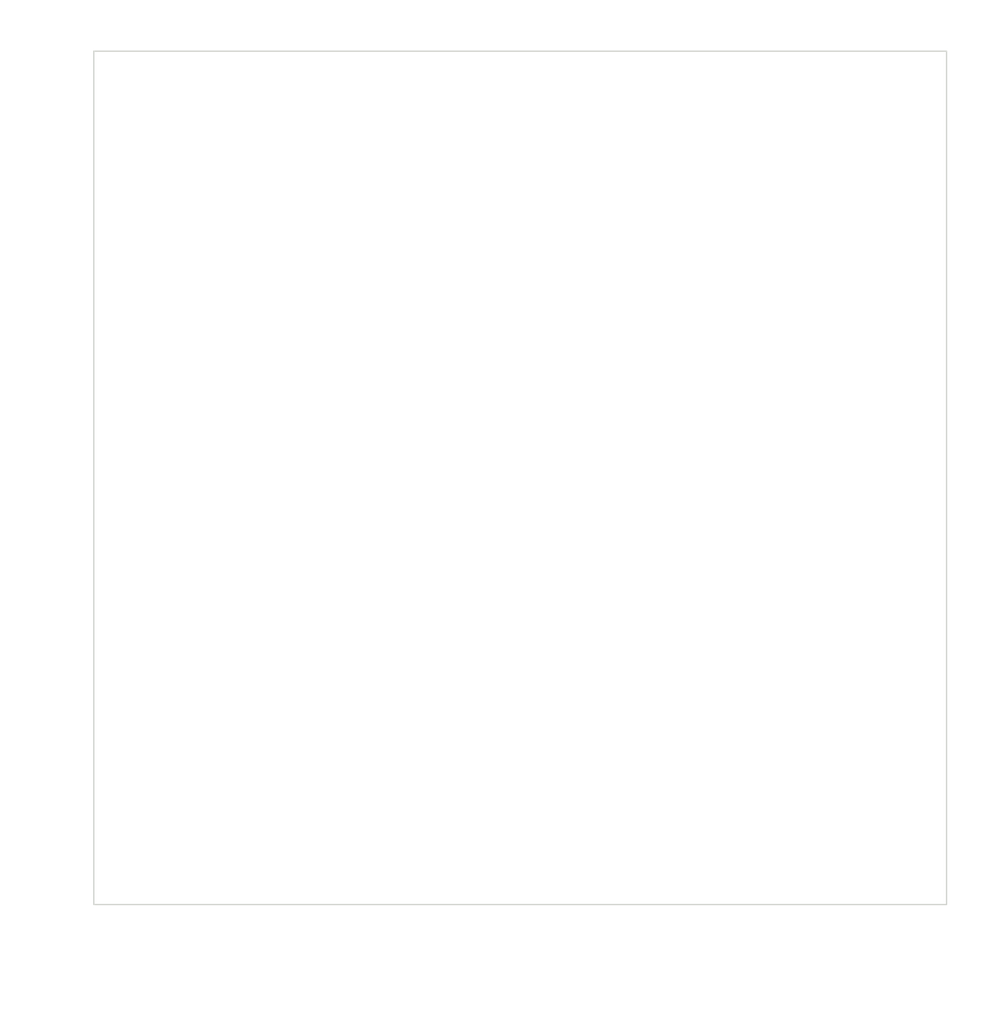
<source format=kicad_pcb>
(kicad_pcb (version 20221018) (generator pcbnew)

  (general
    (thickness 1.6)
  )

  (paper "A4")
  (layers
    (0 "F.Cu" signal)
    (31 "B.Cu" signal)
    (32 "B.Adhes" user "B.Adhesive")
    (33 "F.Adhes" user "F.Adhesive")
    (34 "B.Paste" user)
    (35 "F.Paste" user)
    (36 "B.SilkS" user "B.Silkscreen")
    (37 "F.SilkS" user "F.Silkscreen")
    (38 "B.Mask" user)
    (39 "F.Mask" user)
    (40 "Dwgs.User" user "User.Drawings")
    (41 "Cmts.User" user "User.Comments")
    (42 "Eco1.User" user "User.Eco1")
    (43 "Eco2.User" user "User.Eco2")
    (44 "Edge.Cuts" user)
    (45 "Margin" user)
    (46 "B.CrtYd" user "B.Courtyard")
    (47 "F.CrtYd" user "F.Courtyard")
    (48 "B.Fab" user)
    (49 "F.Fab" user)
    (50 "User.1" user)
    (51 "User.2" user)
    (52 "User.3" user)
    (53 "User.4" user)
    (54 "User.5" user)
    (55 "User.6" user)
    (56 "User.7" user)
    (57 "User.8" user)
    (58 "User.9" user)
  )

  (setup
    (stackup
      (layer "F.SilkS" (type "Top Silk Screen"))
      (layer "F.Paste" (type "Top Solder Paste"))
      (layer "F.Mask" (type "Top Solder Mask") (thickness 0.01))
      (layer "F.Cu" (type "copper") (thickness 0.035))
      (layer "dielectric 1" (type "core") (thickness 1.51) (material "FR4") (epsilon_r 4.5) (loss_tangent 0.02))
      (layer "B.Cu" (type "copper") (thickness 0.035))
      (layer "B.Mask" (type "Bottom Solder Mask") (thickness 0.01))
      (layer "B.Paste" (type "Bottom Solder Paste"))
      (layer "B.SilkS" (type "Bottom Silk Screen"))
      (copper_finish "None")
      (dielectric_constraints no)
    )
    (pad_to_mask_clearance 0.05)
    (pcbplotparams
      (layerselection 0x00010fc_ffffffff)
      (plot_on_all_layers_selection 0x0000000_00000000)
      (disableapertmacros false)
      (usegerberextensions false)
      (usegerberattributes true)
      (usegerberadvancedattributes true)
      (creategerberjobfile true)
      (dashed_line_dash_ratio 12.000000)
      (dashed_line_gap_ratio 3.000000)
      (svgprecision 4)
      (plotframeref false)
      (viasonmask false)
      (mode 1)
      (useauxorigin false)
      (hpglpennumber 1)
      (hpglpenspeed 20)
      (hpglpendiameter 15.000000)
      (dxfpolygonmode true)
      (dxfimperialunits true)
      (dxfusepcbnewfont true)
      (psnegative false)
      (psa4output false)
      (plotreference true)
      (plotvalue true)
      (plotinvisibletext false)
      (sketchpadsonfab false)
      (subtractmaskfromsilk false)
      (outputformat 1)
      (mirror false)
      (drillshape 1)
      (scaleselection 1)
      (outputdirectory "")
    )
  )

  (net 0 "")
  (net 1 "GND")

  (gr_rect (start 60 40) (end 160 140)
    (stroke (width 0.15) (type default)) (fill none) (layer "Edge.Cuts") (tstamp a4baef46-85ab-4040-b963-5f418ba90fce))

  (zone (net 1) (net_name "GND") (layers "F&B.Cu") (tstamp 527a70ca-0386-41ce-ba33-27088ab38cae) (hatch edge 0.5)
    (connect_pads (clearance 0.5))
    (min_thickness 0.25) (filled_areas_thickness no)
    (fill (thermal_gap 0.3) (thermal_bridge_width 0.3) (smoothing fillet) (island_removal_mode 2) (island_area_min 10))
    (polygon
      (pts
        (xy 165 154)
        (xy 165 34)
        (xy 49 34)
        (xy 49 154)
      )
    )
  )
)

</source>
